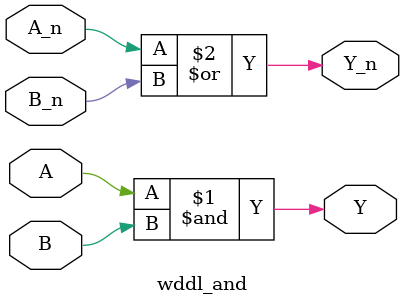
<source format=v>
module wddl_and ( A, A_n, B, B_n, Y, Y_n );
    input A, A_n;
    input B, B_n;
    output Y, Y_n;

    assign Y = A & B;
    assign Y_n = A_n | B_n;

    endmodule

</source>
